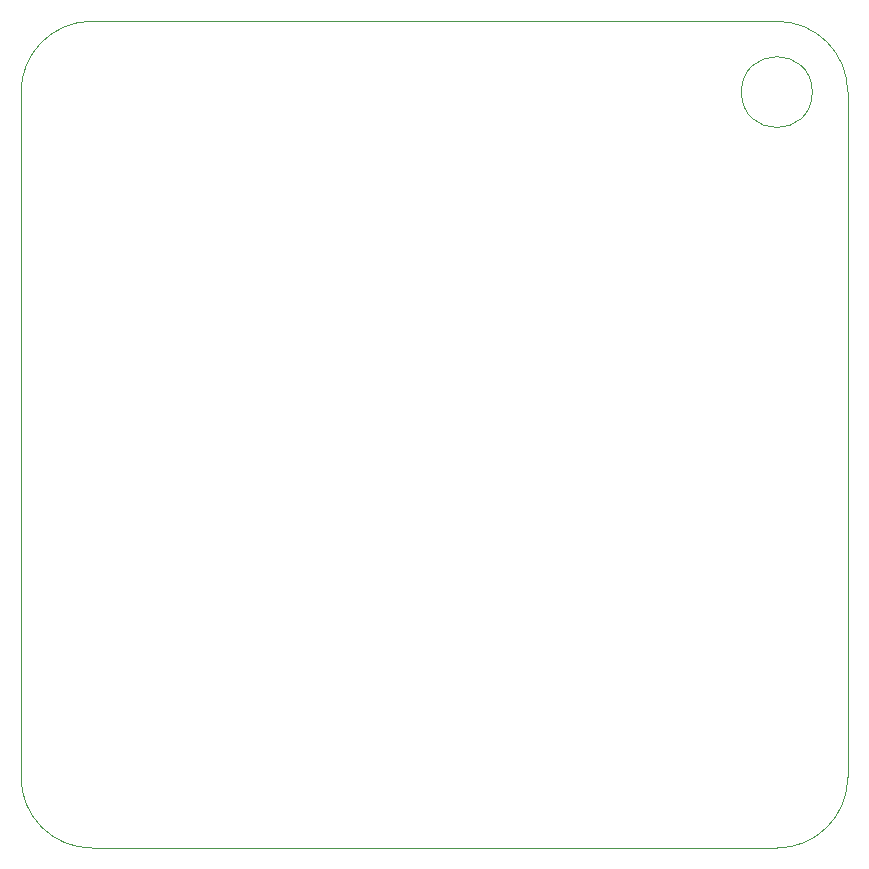
<source format=gbr>
%TF.GenerationSoftware,KiCad,Pcbnew,5.1.9+dfsg1-1+deb11u1*%
%TF.CreationDate,2024-07-25T19:41:34+02:00*%
%TF.ProjectId,label1,6c616265-6c31-42e6-9b69-6361645f7063,rev?*%
%TF.SameCoordinates,Original*%
%TF.FileFunction,Profile,NP*%
%FSLAX46Y46*%
G04 Gerber Fmt 4.6, Leading zero omitted, Abs format (unit mm)*
G04 Created by KiCad (PCBNEW 5.1.9+dfsg1-1+deb11u1) date 2024-07-25 19:41:34*
%MOMM*%
%LPD*%
G01*
G04 APERTURE LIST*
%TA.AperFunction,Profile*%
%ADD10C,0.050000*%
%TD*%
G04 APERTURE END LIST*
D10*
X87000000Y-26000000D02*
G75*
G03*
X87000000Y-26000000I-3000000J0D01*
G01*
X84000000Y-20000000D02*
G75*
G02*
X90000000Y-26000000I0J-6000000D01*
G01*
X90000000Y-84000000D02*
G75*
G02*
X84000000Y-90000000I-6000000J0D01*
G01*
X26000000Y-90000000D02*
G75*
G02*
X20000000Y-84000000I0J6000000D01*
G01*
X20000000Y-26000000D02*
G75*
G02*
X26000000Y-20000000I6000000J0D01*
G01*
X20000000Y-84000000D02*
X20000000Y-26000000D01*
X84000000Y-90000000D02*
X26000000Y-90000000D01*
X90000000Y-26000000D02*
X90000000Y-84000000D01*
X26000000Y-20000000D02*
X84000000Y-20000000D01*
M02*

</source>
